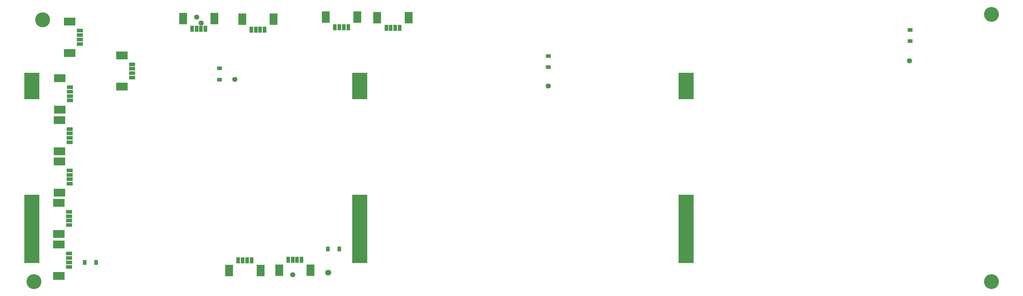
<source format=gbs>
G04 Layer_Color=16711935*
%FSLAX42Y42*%
%MOMM*%
G71*
G01*
G75*
%ADD23R,4.20X19.36*%
%ADD24R,4.20X7.46*%
%ADD26C,1.47*%
%ADD27C,4.20*%
%ADD28C,1.70*%
%ADD29R,1.10X1.40*%
%ADD30R,1.80X1.00*%
%ADD31R,3.20X2.30*%
%ADD32R,2.30X3.20*%
%ADD33R,1.00X1.80*%
%ADD34R,1.40X1.10*%
D23*
X9543Y1836D02*
D03*
X293D02*
D03*
X18743D02*
D03*
D24*
X9543Y5878D02*
D03*
X293D02*
D03*
X18743D02*
D03*
D26*
X4940Y7823D02*
D03*
X7648Y544D02*
D03*
X6020Y6058D02*
D03*
X14859Y5877D02*
D03*
X25044Y6584D02*
D03*
X5065Y7650D02*
D03*
D27*
X27350Y350D02*
D03*
Y7900D02*
D03*
X350Y350D02*
D03*
X600Y7750D02*
D03*
D28*
X8649Y597D02*
D03*
D29*
X8641Y1270D02*
D03*
X8961D02*
D03*
X2103Y889D02*
D03*
X1783D02*
D03*
D30*
X3124Y6113D02*
D03*
Y6238D02*
D03*
Y6363D02*
D03*
Y6488D02*
D03*
X1370Y5466D02*
D03*
Y5591D02*
D03*
Y5716D02*
D03*
Y5841D02*
D03*
X1651Y7065D02*
D03*
Y7190D02*
D03*
Y7315D02*
D03*
Y7440D02*
D03*
X1346Y1947D02*
D03*
Y2072D02*
D03*
Y2197D02*
D03*
Y2322D02*
D03*
X1359Y3491D02*
D03*
Y3365D02*
D03*
Y3241D02*
D03*
Y3116D02*
D03*
Y4284D02*
D03*
Y4409D02*
D03*
Y4534D02*
D03*
Y4659D02*
D03*
X1346Y1141D02*
D03*
Y1016D02*
D03*
Y891D02*
D03*
Y766D02*
D03*
D31*
X2834Y5858D02*
D03*
Y6743D02*
D03*
X1080Y5211D02*
D03*
Y6096D02*
D03*
X1361Y6810D02*
D03*
Y7695D02*
D03*
X1056Y1692D02*
D03*
Y2577D02*
D03*
X1069Y3745D02*
D03*
Y2861D02*
D03*
X1069Y4029D02*
D03*
Y4914D02*
D03*
X1056Y1396D02*
D03*
Y511D02*
D03*
D32*
X5444Y7785D02*
D03*
X4559D02*
D03*
X7112Y7760D02*
D03*
X6227D02*
D03*
X9470Y7823D02*
D03*
X8585D02*
D03*
X10919Y7808D02*
D03*
X10034D02*
D03*
X5859Y660D02*
D03*
X6744D02*
D03*
X7268Y673D02*
D03*
X8153D02*
D03*
D33*
X5189Y7495D02*
D03*
X5064D02*
D03*
X4939D02*
D03*
X4814D02*
D03*
X6857Y7470D02*
D03*
X6732D02*
D03*
X6607D02*
D03*
X6482D02*
D03*
X9215Y7533D02*
D03*
X9090D02*
D03*
X8965D02*
D03*
X8840D02*
D03*
X10664Y7518D02*
D03*
X10539D02*
D03*
X10414D02*
D03*
X10289D02*
D03*
X6114Y950D02*
D03*
X6239D02*
D03*
X6364D02*
D03*
X6489D02*
D03*
X7523Y963D02*
D03*
X7648D02*
D03*
X7773D02*
D03*
X7898D02*
D03*
D34*
X25057Y7143D02*
D03*
Y7462D02*
D03*
X14859Y6406D02*
D03*
Y6726D02*
D03*
X5588Y6055D02*
D03*
Y6375D02*
D03*
M02*

</source>
